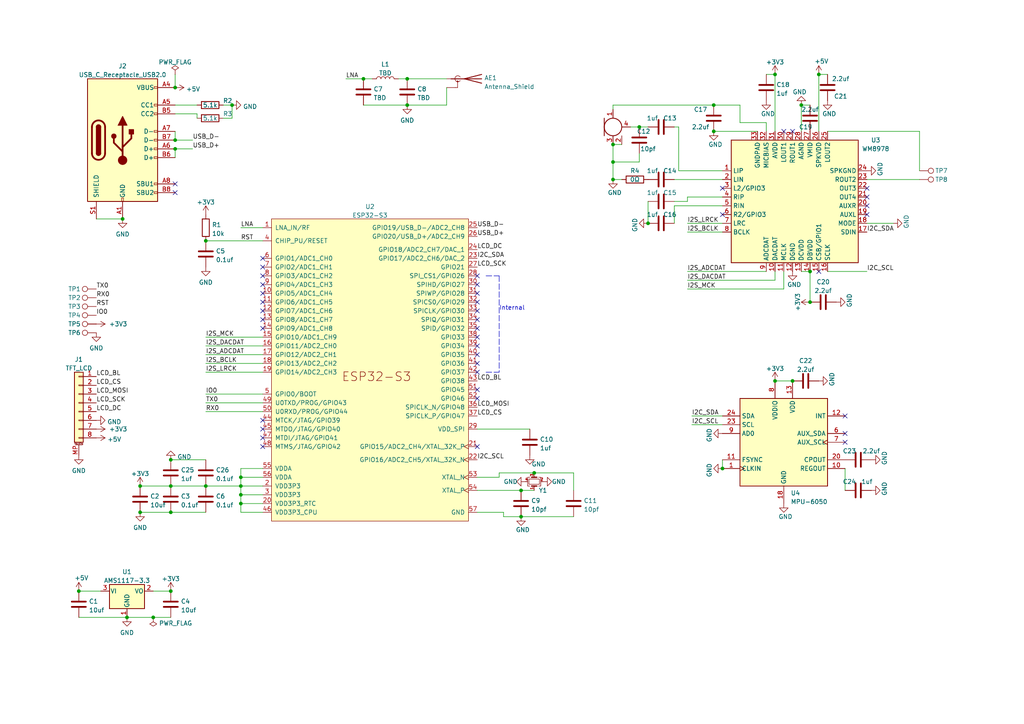
<source format=kicad_sch>
(kicad_sch (version 20211123) (generator eeschema)
  (paper "A4")
  (title_block (title "main-board") (date "2022-05-28") (rev "V1.0"))
  (lib_symbols
    (symbol "Connector:TestPoint" (pin_numbers hide) (pin_names (offset 0.762) hide)
      (property "Reference" "TP" (at 0 6.858 0))
      (property "Value" "TestPoint" (at 0 5.08 0))
      (symbol "TestPoint_0_1"
        (circle (center 0 3.302) (radius 0.762))
      )
      (symbol "TestPoint_1_1"
        (pin passive line (at 0 0 90) (length 2.54) (name "1") (number "1"))
      )
    )
    (symbol "Connector:USB_C_Receptacle_USB2.0" (pin_names (offset 1.016))
      (property "Reference" "J" (at -10.16 19.05 0))
      (property "Value" "USB_C_Receptacle_USB2.0" (at 19.05 19.05 0))
      (symbol "USB_C_Receptacle_USB2.0_0_0"
        (rectangle (start -0.254 -17.78) (end 0.254 -16.764))
        (rectangle (start 10.16 -14.986) (end 9.144 -15.494))
        (rectangle (start 10.16 -12.446) (end 9.144 -12.954))
        (rectangle (start 10.16 -4.826) (end 9.144 -5.334))
        (rectangle (start 10.16 -2.286) (end 9.144 -2.794))
        (rectangle (start 10.16 0.254) (end 9.144 -0.254))
        (rectangle (start 10.16 2.794) (end 9.144 2.286))
        (rectangle (start 10.16 7.874) (end 9.144 7.366))
        (rectangle (start 10.16 10.414) (end 9.144 9.906))
        (rectangle (start 10.16 15.494) (end 9.144 14.986))
      )
      (symbol "USB_C_Receptacle_USB2.0_0_1"
        (rectangle (start -10.16 17.78) (end 10.16 -17.78) (stroke (width 0.254)) (fill (type background)))
        (arc (start -8.89 -3.81) (mid -6.985 -5.715) (end -5.08 -3.81) (stroke (width 0.508)))
        (arc (start -7.62 -3.81) (mid -6.985 -4.445) (end -6.35 -3.81) (stroke (width 0.254)))
        (arc (start -7.62 -3.81) (mid -6.985 -4.445) (end -6.35 -3.81) (stroke (width 0.254)) (fill (type outline)))
        (rectangle (start -7.62 -3.81) (end -6.35 3.81) (stroke (width 0.254)) (fill (type outline)))
        (arc (start -6.35 3.81) (mid -6.985 4.445) (end -7.62 3.81) (stroke (width 0.254)))
        (arc (start -6.35 3.81) (mid -6.985 4.445) (end -7.62 3.81) (stroke (width 0.254)) (fill (type outline)))
        (arc (start -5.08 3.81) (mid -6.985 5.715) (end -8.89 3.81) (stroke (width 0.508)))
        (circle (center -2.54 1.143) (radius 0.635) (stroke (width 0.254)) (fill (type outline)))
        (circle (center 0 -5.842) (radius 1.27) (fill (type outline)))
        (polyline (pts (xy -8.89 -3.81) (xy -8.89 3.81)) (stroke (width 0.508)))
        (polyline (pts (xy -5.08 3.81) (xy -5.08 -3.81)) (stroke (width 0.508)))
        (polyline (pts (xy 0 -5.842) (xy 0 4.318)) (stroke (width 0.508)))
        (polyline (pts (xy 0 -3.302) (xy -2.54 -0.762) (xy -2.54 0.508)) (stroke (width 0.508)))
        (polyline (pts (xy 0 -2.032) (xy 2.54 0.508) (xy 2.54 1.778)) (stroke (width 0.508)))
        (polyline (pts (xy -1.27 4.318) (xy 0 6.858) (xy 1.27 4.318) (xy -1.27 4.318)) (stroke (width 0.254)) (fill (type outline)))
        (rectangle (start 1.905 1.778) (end 3.175 3.048) (stroke (width 0.254)) (fill (type outline)))
      )
      (symbol "USB_C_Receptacle_USB2.0_1_1"
        (pin passive line (at 0 -22.86 90) (length 5.08) (name "GND") (number "A1"))
        (pin passive line (at 0 -22.86 90) (length 5.08) hide (name "GND") (number "A12"))
        (pin passive line (at 15.24 15.24 180) (length 5.08) (name "VBUS") (number "A4"))
        (pin bidirectional line (at 15.24 10.16 180) (length 5.08) (name "CC1") (number "A5"))
        (pin bidirectional line (at 15.24 -2.54 180) (length 5.08) (name "D+") (number "A6"))
        (pin bidirectional line (at 15.24 2.54 180) (length 5.08) (name "D-") (number "A7"))
        (pin bidirectional line (at 15.24 -12.7 180) (length 5.08) (name "SBU1") (number "A8"))
        (pin passive line (at 15.24 15.24 180) (length 5.08) hide (name "VBUS") (number "A9"))
        (pin passive line (at 0 -22.86 90) (length 5.08) hide (name "GND") (number "B1"))
        (pin passive line (at 0 -22.86 90) (length 5.08) hide (name "GND") (number "B12"))
        (pin passive line (at 15.24 15.24 180) (length 5.08) hide (name "VBUS") (number "B4"))
        (pin bidirectional line (at 15.24 7.62 180) (length 5.08) (name "CC2") (number "B5"))
        (pin bidirectional line (at 15.24 -5.08 180) (length 5.08) (name "D+") (number "B6"))
        (pin bidirectional line (at 15.24 0 180) (length 5.08) (name "D-") (number "B7"))
        (pin bidirectional line (at 15.24 -15.24 180) (length 5.08) (name "SBU2") (number "B8"))
        (pin passive line (at 15.24 15.24 180) (length 5.08) hide (name "VBUS") (number "B9"))
        (pin passive line (at -7.62 -22.86 90) (length 5.08) (name "SHIELD") (number "S1"))
      )
    )
    (symbol "Connector_Generic_MountingPin:Conn_01x08_MountingPin" (pin_names (offset 1.016) hide)
      (property "Reference" "J" (at 0 10.16 0))
      (property "Value" "Conn_01x08_MountingPin" (at 1.27 -12.7 0))
      (symbol "Conn_01x08_MountingPin_1_1"
        (rectangle (start -1.27 -10.033) (end 0 -10.287) (stroke (width 0.1524)))
        (rectangle (start -1.27 -7.493) (end 0 -7.747) (stroke (width 0.1524)))
        (rectangle (start -1.27 -4.953) (end 0 -5.207) (stroke (width 0.1524)))
        (rectangle (start -1.27 -2.413) (end 0 -2.667) (stroke (width 0.1524)))
        (rectangle (start -1.27 0.127) (end 0 -0.127) (stroke (width 0.1524)))
        (rectangle (start -1.27 2.667) (end 0 2.413) (stroke (width 0.1524)))
        (rectangle (start -1.27 5.207) (end 0 4.953) (stroke (width 0.1524)))
        (rectangle (start -1.27 7.747) (end 0 7.493) (stroke (width 0.1524)))
        (rectangle (start -1.27 8.89) (end 1.27 -11.43) (stroke (width 0.254)) (fill (type background)))
        (polyline (pts (xy -1.016 -12.192) (xy 1.016 -12.192)) (stroke (width 0.1524)))
        (text "Mounting" (at 0 -11.811 0) (effects (font (size 0.381 0.381))))
        (pin passive line (at -5.08 7.62 0) (length 3.81) (name "Pin_1") (number "1"))
        (pin passive line (at -5.08 5.08 0) (length 3.81) (name "Pin_2") (number "2"))
        (pin passive line (at -5.08 2.54 0) (length 3.81) (name "Pin_3") (number "3"))
        (pin passive line (at -5.08 0 0) (length 3.81) (name "Pin_4") (number "4"))
        (pin passive line (at -5.08 -2.54 0) (length 3.81) (name "Pin_5") (number "5"))
        (pin passive line (at -5.08 -5.08 0) (length 3.81) (name "Pin_6") (number "6"))
        (pin passive line (at -5.08 -7.62 0) (length 3.81) (name "Pin_7") (number "7"))
        (pin passive line (at -5.08 -10.16 0) (length 3.81) (name "Pin_8") (number "8"))
        (pin passive line (at 0 -15.24 90) (length 3.048) (name "MountPin") (number "MP"))
      )
    )
    (symbol "Device:Antenna_Shield" (pin_numbers hide) (pin_names (offset 1.016) hide)
      (property "Reference" "AE" (at -1.905 4.445 0))
      (property "Value" "Antenna_Shield" (at -1.905 2.54 0))
      (symbol "Antenna_Shield_0_1"
        (arc (start -0.508 -1.143) (mid -0.8429 -2.1194) (end 0 -2.667))
        (arc (start 0 -2.667) (mid 0.7989 -2.1052) (end 0.508 -1.143))
        (polyline (pts (xy 0 -2.54) (xy 0 0)))
        (polyline (pts (xy 0 5.08) (xy 0 -3.81)) (stroke (width 0.254)))
        (polyline (pts (xy 0.762 -1.905) (xy 2.54 -1.905)))
        (polyline (pts (xy 2.54 -2.54) (xy 2.54 -1.905)))
        (polyline (pts (xy 1.27 5.08) (xy 0 0) (xy -1.27 5.08)) (stroke (width 0.254)))
        (circle (center 0.762 -1.905) (radius 0.1778) (fill (type outline)))
      )
      (symbol "Antenna_Shield_1_1"
        (pin input line (at 0 -5.08 90) (length 2.54) (name "A") (number "1"))
        (pin input line (at 2.54 -5.08 90) (length 2.54) (name "Shield") (number "2"))
      )
    )
    (symbol "Device:C" (pin_numbers hide) (pin_names (offset 0.254))
      (property "Reference" "C" (at 0.635 2.54 0))
      (property "Value" "C" (at 0.635 -2.54 0))
      (symbol "C_0_1"
        (polyline (pts (xy -2.032 -0.762) (xy 2.032 -0.762)) (stroke (width 0.508)))
        (polyline (pts (xy -2.032 0.762) (xy 2.032 0.762)) (stroke (width 0.508)))
      )
      (symbol "C_1_1"
        (pin passive line (at 0 3.81 270) (length 2.794) (name "~") (number "1"))
        (pin passive line (at 0 -3.81 90) (length 2.794) (name "~") (number "2"))
      )
    )
    (symbol "Device:Crystal_GND24_Small" (pin_names (offset 1.016) hide)
      (property "Reference" "Y" (at 1.27 4.445 0))
      (property "Value" "Crystal_GND24_Small" (at 1.27 2.54 0))
      (symbol "Crystal_GND24_Small_0_1"
        (rectangle (start -0.762 -1.524) (end 0.762 1.524))
        (polyline (pts (xy -1.27 -0.762) (xy -1.27 0.762)) (stroke (width 0.381)))
        (polyline (pts (xy 1.27 -0.762) (xy 1.27 0.762)) (stroke (width 0.381)))
        (polyline (pts (xy -1.27 -1.27) (xy -1.27 -1.905) (xy 1.27 -1.905) (xy 1.27 -1.27)))
        (polyline (pts (xy -1.27 1.27) (xy -1.27 1.905) (xy 1.27 1.905) (xy 1.27 1.27)))
      )
      (symbol "Crystal_GND24_Small_1_1"
        (pin passive line (at -2.54 0 0) (length 1.27) (name "1") (number "1"))
        (pin passive line (at 0 -2.54 90) (length 0.635) (name "2") (number "2"))
        (pin passive line (at 2.54 0 180) (length 1.27) (name "3") (number "3"))
        (pin passive line (at 0 2.54 270) (length 0.635) (name "4") (number "4"))
      )
    )
    (symbol "Device:L" (pin_numbers hide) (pin_names (offset 1.016) hide)
      (property "Reference" "L" (at -1.27 0 90))
      (property "Value" "L" (at 1.905 0 90))
      (symbol "L_0_1"
        (arc (start 0 -2.54) (mid 0.635 -1.905) (end 0 -1.27))
        (arc (start 0 -1.27) (mid 0.635 -0.635) (end 0 0))
        (arc (start 0 0) (mid 0.635 0.635) (end 0 1.27))
        (arc (start 0 1.27) (mid 0.635 1.905) (end 0 2.54))
      )
      (symbol "L_1_1"
        (pin passive line (at 0 3.81 270) (length 1.27) (name "1") (number "1"))
        (pin passive line (at 0 -3.81 90) (length 1.27) (name "2") (number "2"))
      )
    )
    (symbol "Device:R" (pin_numbers hide) (pin_names (offset 0))
      (property "Reference" "R" (at 2.032 0 90))
      (property "Value" "R" (at 0 0 90))
      (symbol "R_0_1"
        (rectangle (start -1.016 -2.54) (end 1.016 2.54) (stroke (width 0.254)))
      )
      (symbol "R_1_1"
        (pin passive line (at 0 3.81 270) (length 1.27) (name "~") (number "1"))
        (pin passive line (at 0 -3.81 90) (length 1.27) (name "~") (number "2"))
      )
    )
    (symbol "Espressif:ESP32-S3" (pin_names (offset 1.016))
      (property "Reference" "U" (at 0 46.99 0))
      (property "Value" "ESP32-S3" (at 0 -43.18 0))
      (symbol "ESP32-S3_0_0"
        (text "ESP32-S3" (at 1.27 0 0) (effects (font (size 2.54 2.54))))
        (pin bidirectional line (at 30.48 -8.89 180) (length 2.54) (name "SPICLK_N/GPIO48") (number "36"))
        (pin bidirectional line (at 30.48 -11.43 180) (length 2.54) (name "SPICLK_P/GPIO47") (number "37"))
      )
      (symbol "ESP32-S3_0_1"
        (rectangle (start -29.21 45.72) (end 27.94 -41.91) (fill (type background)))
      )
      (symbol "ESP32-S3_1_1"
        (pin bidirectional line (at -31.75 43.18 0) (length 2.54) (name "LNA_IN/RF") (number "1"))
        (pin bidirectional line (at -31.75 24.13 0) (length 2.54) (name "GPIO5/ADC1_CH4") (number "10"))
        (pin bidirectional line (at -31.75 21.59 0) (length 2.54) (name "GPIO6/ADC1_CH5") (number "11"))
        (pin bidirectional line (at -31.75 19.05 0) (length 2.54) (name "GPIO7/ADC1_CH6") (number "12"))
        (pin bidirectional line (at -31.75 16.51 0) (length 2.54) (name "GPIO8/ADC1_CH7") (number "13"))
        (pin bidirectional line (at -31.75 13.97 0) (length 2.54) (name "GPIO9/ADC1_CH8") (number "14"))
        (pin bidirectional line (at -31.75 11.43 0) (length 2.54) (name "GPIO10/ADC1_CH9") (number "15"))
        (pin bidirectional line (at -31.75 8.89 0) (length 2.54) (name "GPIO11/ADC2_CH0") (number "16"))
        (pin bidirectional line (at -31.75 6.35 0) (length 2.54) (name "GPIO12/ADC2_CH1") (number "17"))
        (pin bidirectional line (at -31.75 3.81 0) (length 2.54) (name "GPIO13/ADC2_CH2") (number "18"))
        (pin bidirectional line (at -31.75 1.27 0) (length 2.54) (name "GPIO14/ADC2_CH3") (number "19"))
        (pin power_in line (at -31.75 -31.75 0) (length 2.54) (name "VDD3P3") (number "2"))
        (pin power_in line (at -31.75 -36.83 0) (length 2.54) (name "VDD3P3_RTC") (number "20"))
        (pin input clock (at 30.48 -20.32 180) (length 2.54) (name "GPIO15/ADC2_CH4/XTAL_32K_P") (number "21"))
        (pin output clock (at 30.48 -24.13 180) (length 2.54) (name "GPIO16/ADC2_CH5/XTAL_32K_N") (number "22"))
        (pin bidirectional line (at 30.48 34.29 180) (length 2.54) (name "GPIO17/ADC2_CH6/DAC_2") (number "23"))
        (pin bidirectional line (at 30.48 36.83 180) (length 2.54) (name "GPIO18/ADC2_CH7/DAC_1") (number "24"))
        (pin bidirectional line (at 30.48 43.18 180) (length 2.54) (name "GPIO19/USB_D-/ADC2_CH8") (number "25"))
        (pin bidirectional line (at 30.48 40.64 180) (length 2.54) (name "GPIO20/USB_D+/ADC2_CH9") (number "26"))
        (pin bidirectional line (at 30.48 31.75 180) (length 2.54) (name "GPIO21") (number "27"))
        (pin bidirectional line (at 30.48 29.21 180) (length 2.54) (name "SPI_CS1/GPIO26") (number "28"))
        (pin power_out line (at 30.48 -15.24 180) (length 2.54) (name "VDD_SPI") (number "29"))
        (pin power_in line (at -31.75 -34.29 0) (length 2.54) (name "VDD3P3") (number "3"))
        (pin bidirectional line (at 30.48 26.67 180) (length 2.54) (name "SPIHD/GPIO27") (number "30"))
        (pin bidirectional line (at 30.48 24.13 180) (length 2.54) (name "SPIWP/GPIO28") (number "31"))
        (pin bidirectional line (at 30.48 21.59 180) (length 2.54) (name "SPICS0/GPIO29") (number "32"))
        (pin bidirectional line (at 30.48 19.05 180) (length 2.54) (name "SPICLK/GPIO30") (number "33"))
        (pin bidirectional line (at 30.48 16.51 180) (length 2.54) (name "SPIQ/GPIO31") (number "34"))
        (pin bidirectional line (at 30.48 13.97 180) (length 2.54) (name "SPID/GPIO32") (number "35"))
        (pin bidirectional line (at 30.48 11.43 180) (length 2.54) (name "GPIO33") (number "38"))
        (pin bidirectional line (at 30.48 8.89 180) (length 2.54) (name "GPIO34") (number "39"))
        (pin input line (at -31.75 39.37 0) (length 2.54) (name "CHIP_PU/RESET") (number "4"))
        (pin bidirectional line (at 30.48 6.35 180) (length 2.54) (name "GPIO35") (number "40"))
        (pin bidirectional line (at 30.48 3.81 180) (length 2.54) (name "GPIO36") (number "41"))
        (pin bidirectional line (at 30.48 1.27 180) (length 2.54) (name "GPIO37") (number "42"))
        (pin bidirectional line (at 30.48 -1.27 180) (length 2.54) (name "GPIO38") (number "43"))
        (pin bidirectional line (at -31.75 -12.7 0) (length 2.54) (name "MTCK/JTAG/GPIO39") (number "44"))
        (pin bidirectional line (at -31.75 -15.24 0) (length 2.54) (name "MTDO/JTAG/GPIO40") (number "45"))
        (pin power_in line (at -31.75 -39.37 0) (length 2.54) (name "VDD3P3_CPU") (number "46"))
        (pin bidirectional line (at -31.75 -17.78 0) (length 2.54) (name "MTDI/JTAG/GPIO41") (number "47"))
        (pin bidirectional line (at -31.75 -20.32 0) (length 2.54) (name "MTMS/JTAG/GPIO42") (number "48"))
        (pin bidirectional line (at -31.75 -7.62 0) (length 2.54) (name "U0TXD/PROG/GPIO43") (number "49"))
        (pin bidirectional line (at -31.75 -5.08 0) (length 2.54) (name "GPIO0/BOOT") (number "5"))
        (pin bidirectional line (at -31.75 -10.16 0) (length 2.54) (name "U0RXD/PROG/GPIO44") (number "50"))
        (pin bidirectional line (at 30.48 -3.81 180) (length 2.54) (name "GPIO45") (number "51"))
        (pin bidirectional line (at 30.48 -6.35 180) (length 2.54) (name "GPIO46") (number "52"))
        (pin input clock (at 30.48 -29.21 180) (length 2.54) (name "XTAL_N") (number "53"))
        (pin output clock (at 30.48 -33.02 180) (length 2.54) (name "XTAL_P") (number "54"))
        (pin power_in line (at -31.75 -26.67 0) (length 2.54) (name "VDDA") (number "55"))
        (pin power_in line (at -31.75 -29.21 0) (length 2.54) (name "VDDA") (number "56"))
        (pin power_in line (at 30.48 -39.37 180) (length 2.54) (name "GND") (number "57"))
        (pin bidirectional line (at -31.75 34.29 0) (length 2.54) (name "GPIO1/ADC1_CH0") (number "6"))
        (pin bidirectional line (at -31.75 31.75 0) (length 2.54) (name "GPIO2/ADC1_CH1") (number "7"))
        (pin bidirectional line (at -31.75 29.21 0) (length 2.54) (name "GPIO3/ADC1_CH2") (number "8"))
        (pin bidirectional line (at -31.75 26.67 0) (length 2.54) (name "GPIO4/ADC1_CH3") (number "9"))
      )
    )
    (symbol "Regulator_Linear:AMS1117-3.3" (pin_names (offset 0.254))
      (property "Reference" "U" (at -3.81 3.175 0))
      (property "Value" "AMS1117-3.3" (at 0 3.175 0))
      (symbol "AMS1117-3.3_0_1"
        (rectangle (start -5.08 -5.08) (end 5.08 1.905) (stroke (width 0.254)) (fill (type background)))
      )
      (symbol "AMS1117-3.3_1_1"
        (pin power_in line (at 0 -7.62 90) (length 2.54) (name "GND") (number "1"))
        (pin power_out line (at 7.62 0 180) (length 2.54) (name "VO") (number "2"))
        (pin power_in line (at -7.62 0 0) (length 2.54) (name "VI") (number "3"))
      )
    )
    (symbol "Sensor_Motion:MPU-6050"
      (property "Reference" "U" (at -11.43 13.97 0))
      (property "Value" "MPU-6050" (at 7.62 -13.97 0))
      (symbol "MPU-6050_0_1"
        (rectangle (start -12.7 12.7) (end 12.7 -12.7) (stroke (width 0.254)) (fill (type background)))
      )
      (symbol "MPU-6050_1_1"
        (pin input clock (at -17.78 -7.62 0) (length 5.08) (name "CLKIN") (number "1"))
        (pin passive line (at 17.78 -7.62 180) (length 5.08) (name "REGOUT") (number "10"))
        (pin input line (at -17.78 -5.08 0) (length 5.08) (name "FSYNC") (number "11"))
        (pin output line (at 17.78 7.62 180) (length 5.08) (name "INT") (number "12"))
        (pin power_in line (at 2.54 17.78 270) (length 5.08) (name "VDD") (number "13"))
        (pin power_in line (at 0 -17.78 90) (length 5.08) (name "GND") (number "18"))
        (pin passive line (at 17.78 -5.08 180) (length 5.08) (name "CPOUT") (number "20"))
        (pin input line (at -17.78 5.08 0) (length 5.08) (name "SCL") (number "23"))
        (pin bidirectional line (at -17.78 7.62 0) (length 5.08) (name "SDA") (number "24"))
        (pin bidirectional line (at 17.78 2.54 180) (length 5.08) (name "AUX_SDA") (number "6"))
        (pin output clock (at 17.78 0 180) (length 5.08) (name "AUX_SCL") (number "7"))
        (pin power_in line (at -2.54 17.78 270) (length 5.08) (name "VDDIO") (number "8"))
        (pin input line (at -17.78 2.54 0) (length 5.08) (name "AD0") (number "9"))
      )
    )
    (symbol "misc:Microphone_MEMS" (pin_names (offset 0.0254) hide)
      (property "Reference" "MK" (at -3.81 1.27 0))
      (property "Value" "Microphone_MEMS" (at -3.81 -0.635 0))
      (symbol "Microphone_MEMS_0_1"
        (polyline (pts (xy -2.54 2.54) (xy -2.54 -2.54)) (stroke (width 0.254)))
        (circle (center 0 0) (radius 2.54) (stroke (width 0.254)))
      )
      (symbol "Microphone_MEMS_1_1"
        (pin power_in line (at 0 5.08 270) (length 2.54) (name "VDD") (number "1"))
        (pin power_in line (at 2.54 -5.08 90) (length 2.54) (name "GND") (number "2"))
        (pin power_in line (at 0 -5.08 90) (length 2.54) (name "GND") (number "3"))
        (pin output line (at 5.08 0 180) (length 2.54) (name "OUT") (number "4"))
      )
    )
    (symbol "misc:WM8978"
      (property "Reference" "U" (at -5.715 7.62 0))
      (property "Value" "WM8978" (at 12.7 -9.525 0))
      (symbol "WM8978_0_1"
        (rectangle (start -6.35 6.35) (end 30.48 -29.21) (stroke (width 0.254)) (fill (type background)))
      )
      (symbol "WM8978_1_1"
        (pin input line (at -8.89 -2.54 0) (length 2.54) (name "LIP") (number "1"))
        (pin output line (at 6.35 -31.75 90) (length 2.54) (name "DACDAT") (number "10"))
        (pin input line (at 8.89 -31.75 90) (length 2.54) (name "MCLK") (number "11"))
        (pin power_in line (at 11.43 -31.75 90) (length 2.54) (name "DGND") (number "12"))
        (pin power_in line (at 13.97 -31.75 90) (length 2.54) (name "DCVDD") (number "13"))
        (pin power_in line (at 16.51 -31.75 90) (length 2.54) (name "DBVDD") (number "14"))
        (pin bidirectional line (at 19.05 -31.75 90) (length 2.54) (name "CSB/GPIO1") (number "15"))
        (pin input line (at 21.59 -31.75 90) (length 2.54) (name "SCLK") (number "16"))
        (pin input line (at 33.02 -20.32 180) (length 2.54) (name "SDIN") (number "17"))
        (pin input line (at 33.02 -17.78 180) (length 2.54) (name "MODE") (number "18"))
        (pin input line (at 33.02 -15.24 180) (length 2.54) (name "AUXL") (number "19"))
        (pin input line (at -8.89 -5.08 0) (length 2.54) (name "LIN") (number "2"))
        (pin input line (at 33.02 -12.7 180) (length 2.54) (name "AUXR") (number "20"))
        (pin output line (at 33.02 -10.16 180) (length 2.54) (name "OUT4") (number "21"))
        (pin output line (at 33.02 -7.62 180) (length 2.54) (name "OUT3") (number "22"))
        (pin output line (at 33.02 -5.08 180) (length 2.54) (name "ROUT2") (number "23"))
        (pin power_in line (at 33.02 -2.54 180) (length 2.54) (name "SPKGND") (number "24"))
        (pin output line (at 21.59 8.89 270) (length 2.54) (name "LOUT2") (number "25"))
        (pin power_in line (at 19.05 8.89 270) (length 2.54) (name "SPKVDD") (number "26"))
        (pin power_out line (at 16.51 8.89 270) (length 2.54) (name "VMID") (number "27"))
        (pin power_in line (at 13.97 8.89 270) (length 2.54) (name "AGND") (number "28"))
        (pin output line (at 11.43 8.89 270) (length 2.54) (name "ROUT1") (number "29"))
        (pin bidirectional line (at -8.89 -7.62 0) (length 2.54) (name "L2/GPIO3") (number "3"))
        (pin output line (at 8.89 8.89 270) (length 2.54) (name "LOUT1") (number "30"))
        (pin power_in line (at 6.35 8.89 270) (length 2.54) (name "AVDD") (number "31"))
        (pin power_out line (at 3.81 8.89 270) (length 2.54) (name "MICBIAS") (number "32"))
        (pin power_in line (at 1.27 8.89 270) (length 2.54) (name "GNDPAD") (number "33"))
        (pin input line (at -8.89 -10.16 0) (length 2.54) (name "RIP") (number "4"))
        (pin input line (at -8.89 -12.7 0) (length 2.54) (name "RIN") (number "5"))
        (pin bidirectional line (at -8.89 -15.24 0) (length 2.54) (name "R2/GPIO3") (number "6"))
        (pin input line (at -8.89 -17.78 0) (length 2.54) (name "LRC") (number "7"))
        (pin input line (at -8.89 -20.32 0) (length 2.54) (name "BCLK") (number "8"))
        (pin input line (at 3.81 -31.75 90) (length 2.54) (name "ADCDAT") (number "9"))
      )
    )
    (symbol "power:+3.3V" (power) (pin_names (offset 0))
      (property "Value" "+3.3V" (at 0 3.556 0))
      (symbol "+3.3V_0_1"
        (polyline (pts (xy -0.762 1.27) (xy 0 2.54)))
        (polyline (pts (xy 0 0) (xy 0 2.54)))
        (polyline (pts (xy 0 2.54) (xy 0.762 1.27)))
      )
      (symbol "+3.3V_1_1"
        (pin power_in line (at 0 0 90) (length 0) hide (name "+3V3") (number "1"))
      )
    )
    (symbol "power:+5V" (power) (pin_names (offset 0))
      (property "Value" "+5V" (at 0 3.556 0))
      (symbol "+5V_0_1"
        (polyline (pts (xy -0.762 1.27) (xy 0 2.54)))
        (polyline (pts (xy 0 0) (xy 0 2.54)))
        (polyline (pts (xy 0 2.54) (xy 0.762 1.27)))
      )
      (symbol "+5V_1_1"
        (pin power_in line (at 0 0 90) (length 0) hide (name "+5V") (number "1"))
      )
    )
    (symbol "power:GND" (power) (pin_names (offset 0))
      (property "Value" "GND" (at 0 -3.81 0))
      (symbol "GND_0_1"
        (polyline (pts (xy 0 0) (xy 0 -1.27) (xy 1.27 -1.27) (xy 0 -2.54) (xy -1.27 -1.27) (xy 0 -1.27)))
      )
      (symbol "GND_1_1"
        (pin power_in line (at 0 0 270) (length 0) hide (name "GND") (number "1"))
      )
    )
    (symbol "power:PWR_FLAG" (power) (pin_numbers hide) (pin_names (offset 0) hide)
      (property "Value" "PWR_FLAG" (at 0 3.81 0))
      (symbol "PWR_FLAG_0_0"
        (pin power_out line (at 0 0 90) (length 0) (name "pwr") (number "1"))
      )
      (symbol "PWR_FLAG_0_1"
        (polyline (pts (xy 0 0) (xy 0 1.27) (xy -1.016 1.905) (xy 0 2.54) (xy 1.016 1.905) (xy 0 1.27)))
      )
    )
  )
  (junction (at 185.42 36.83))
  (junction (at 234.95 87.63))
  (junction (at 207.01 38.1))
  (junction (at 118.11 30.48))
  (junction (at 50.8 43.18))
  (junction (at 237.49 21.59))
  (junction (at 59.69 140.97))
  (junction (at 40.64 148.59))
  (junction (at 224.79 21.59))
  (junction (at 232.41 30.48))
  (junction (at 151.13 142.24))
  (junction (at 69.85 138.43))
  (junction (at 118.11 22.86))
  (junction (at 22.86 171.45))
  (junction (at 177.8 52.07))
  (junction (at 59.69 69.85))
  (junction (at 49.53 171.45))
  (junction (at 36.83 179.07))
  (junction (at 69.85 143.51))
  (junction (at 49.53 148.59))
  (junction (at 177.8 41.91))
  (junction (at 49.53 140.97))
  (junction (at 187.96 64.77))
  (junction (at 69.85 140.97))
  (junction (at 67.31 30.48))
  (junction (at 49.53 133.35))
  (junction (at 50.8 25.4))
  (junction (at 224.79 110.49))
  (junction (at 35.56 63.5))
  (junction (at 207.01 30.48))
  (junction (at 229.87 110.49))
  (junction (at 69.85 146.05))
  (junction (at 40.64 140.97))
  (junction (at 154.94 137.16))
  (junction (at 234.95 78.74))
  (junction (at 50.8 40.64))
  (junction (at 105.41 22.86))
  (junction (at 209.55 135.89))
  (junction (at 44.45 179.07))
  (junction (at 151.13 149.86))
  (junction (at 177.8 46.99))
  (no_connect (at 209.55 54.61))
  (no_connect (at 209.55 62.23))
  (no_connect (at 251.46 57.15))
  (no_connect (at 251.46 59.69))
  (no_connect (at 251.46 62.23))
  (no_connect (at 251.46 54.61))
  (no_connect (at 50.8 53.34))
  (no_connect (at 50.8 55.88))
  (no_connect (at 76.2 92.71))
  (no_connect (at 76.2 95.25))
  (no_connect (at 138.43 115.57))
  (no_connect (at 138.43 113.03))
  (no_connect (at 138.43 97.79))
  (no_connect (at 138.43 100.33))
  (no_connect (at 138.43 102.87))
  (no_connect (at 138.43 105.41))
  (no_connect (at 138.43 107.95))
  (no_connect (at 245.11 125.73))
  (no_connect (at 245.11 120.65))
  (no_connect (at 245.11 128.27))
  (no_connect (at 76.2 121.92))
  (no_connect (at 76.2 124.46))
  (no_connect (at 76.2 127))
  (no_connect (at 76.2 129.54))
  (no_connect (at 237.49 78.74))
  (no_connect (at 138.43 80.01))
  (no_connect (at 138.43 85.09))
  (no_connect (at 138.43 87.63))
  (no_connect (at 138.43 90.17))
  (no_connect (at 138.43 92.71))
  (no_connect (at 138.43 95.25))
  (no_connect (at 138.43 82.55))
  (no_connect (at 227.33 38.1))
  (no_connect (at 229.87 38.1))
  (no_connect (at 138.43 129.54))
  (no_connect (at 76.2 90.17))
  (no_connect (at 76.2 80.01))
  (no_connect (at 76.2 82.55))
  (no_connect (at 76.2 85.09))
  (no_connect (at 76.2 87.63))
  (no_connect (at 76.2 74.93))
  (no_connect (at 76.2 77.47))
  (wire (pts (xy 59.69 107.95) (xy 76.2 107.95)))
  (wire (pts (xy 177.8 30.48) (xy 177.8 31.75)))
  (wire (pts (xy 64.77 30.48) (xy 67.31 30.48)))
  (wire (pts (xy 199.39 83.82) (xy 227.33 83.82)))
  (wire (pts (xy 224.79 78.74) (xy 224.79 81.28)))
  (wire (pts (xy 166.37 137.16) (xy 154.94 137.16)))
  (wire (pts (xy 185.42 36.83) (xy 187.96 36.83)))
  (wire (pts (xy 49.53 148.59) (xy 59.69 148.59)))
  (wire (pts (xy 266.7 49.53) (xy 266.7 38.1)))
  (wire (pts (xy 214.63 35.56) (xy 214.63 30.48)))
  (wire (pts (xy 27.94 63.5) (xy 35.56 63.5)))
  (wire (pts (xy 245.11 135.89) (xy 245.11 142.24)))
  (wire (pts (xy 207.01 38.1) (xy 219.71 38.1)))
  (wire (pts (xy 44.45 171.45) (xy 49.53 171.45)))
  (wire (pts (xy 177.8 41.91) (xy 177.8 46.99)))
  (wire (pts (xy 100.33 22.86) (xy 105.41 22.86)))
  (wire (pts (xy 196.85 49.53) (xy 196.85 36.83)))
  (wire (pts (xy 209.55 133.35) (xy 209.55 135.89)))
  (wire (pts (xy 49.53 140.97) (xy 59.69 140.97)))
  (wire (pts (xy 129.54 30.48) (xy 118.11 30.48)))
  (wire (pts (xy 166.37 142.24) (xy 166.37 137.16)))
  (wire (pts (xy 36.83 179.07) (xy 44.45 179.07)))
  (wire (pts (xy 251.46 64.77) (xy 259.08 64.77)))
  (wire (pts (xy 76.2 135.89) (xy 69.85 135.89)))
  (wire (pts (xy 209.55 59.69) (xy 195.58 59.69)))
  (polyline (pts (xy 140.97 80.01) (xy 144.78 80.01)))
  (wire (pts (xy 69.85 140.97) (xy 76.2 140.97)))
  (wire (pts (xy 237.49 21.59) (xy 237.49 38.1)))
  (wire (pts (xy 182.88 36.83) (xy 185.42 36.83)))
  (wire (pts (xy 59.69 69.85) (xy 76.2 69.85)))
  (wire (pts (xy 199.39 64.77) (xy 209.55 64.77)))
  (wire (pts (xy 129.54 25.4) (xy 129.54 30.48)))
  (wire (pts (xy 177.8 41.91) (xy 180.34 41.91)))
  (wire (pts (xy 199.39 57.15) (xy 209.55 57.15)))
  (wire (pts (xy 50.8 38.1) (xy 50.8 40.64)))
  (wire (pts (xy 200.66 123.19) (xy 209.55 123.19)))
  (wire (pts (xy 195.58 52.07) (xy 209.55 52.07)))
  (wire (pts (xy 50.8 43.18) (xy 50.8 45.72)))
  (wire (pts (xy 222.25 35.56) (xy 214.63 35.56)))
  (wire (pts (xy 59.69 119.38) (xy 76.2 119.38)))
  (wire (pts (xy 59.69 102.87) (xy 76.2 102.87)))
  (wire (pts (xy 138.43 148.59) (xy 146.05 148.59)))
  (wire (pts (xy 105.41 22.86) (xy 107.95 22.86)))
  (wire (pts (xy 69.85 146.05) (xy 76.2 146.05)))
  (wire (pts (xy 50.8 33.02) (xy 57.15 33.02)))
  (wire (pts (xy 195.58 58.42) (xy 199.39 58.42)))
  (wire (pts (xy 232.41 30.48) (xy 234.95 30.48)))
  (wire (pts (xy 146.05 148.59) (xy 146.05 149.86)))
  (wire (pts (xy 227.33 78.74) (xy 227.33 83.82)))
  (wire (pts (xy 50.8 43.18) (xy 55.88 43.18)))
  (wire (pts (xy 144.78 138.43) (xy 144.78 137.16)))
  (wire (pts (xy 200.66 120.65) (xy 209.55 120.65)))
  (wire (pts (xy 59.69 116.84) (xy 76.2 116.84)))
  (polyline (pts (xy 144.78 80.01) (xy 144.78 107.95)))
  (wire (pts (xy 69.85 140.97) (xy 69.85 143.51)))
  (wire (pts (xy 49.53 133.35) (xy 59.69 133.35)))
  (wire (pts (xy 76.2 148.59) (xy 69.85 148.59)))
  (wire (pts (xy 224.79 38.1) (xy 224.79 21.59)))
  (wire (pts (xy 177.8 46.99) (xy 177.8 52.07)))
  (wire (pts (xy 266.7 38.1) (xy 240.03 38.1)))
  (wire (pts (xy 151.13 142.24) (xy 154.94 142.24)))
  (wire (pts (xy 224.79 81.28) (xy 199.39 81.28)))
  (polyline (pts (xy 140.97 107.95) (xy 144.78 107.95)))
  (wire (pts (xy 50.8 30.48) (xy 57.15 30.48)))
  (wire (pts (xy 105.41 30.48) (xy 118.11 30.48)))
  (wire (pts (xy 40.64 148.59) (xy 49.53 148.59)))
  (wire (pts (xy 222.25 21.59) (xy 224.79 21.59)))
  (wire (pts (xy 177.8 52.07) (xy 180.34 52.07)))
  (wire (pts (xy 59.69 140.97) (xy 69.85 140.97)))
  (wire (pts (xy 151.13 149.86) (xy 166.37 149.86)))
  (wire (pts (xy 222.25 38.1) (xy 222.25 35.56)))
  (wire (pts (xy 22.86 179.07) (xy 36.83 179.07)))
  (wire (pts (xy 69.85 148.59) (xy 69.85 146.05)))
  (wire (pts (xy 118.11 22.86) (xy 129.54 22.86)))
  (wire (pts (xy 146.05 149.86) (xy 151.13 149.86)))
  (wire (pts (xy 177.8 30.48) (xy 207.01 30.48)))
  (wire (pts (xy 44.45 179.07) (xy 49.53 179.07)))
  (wire (pts (xy 115.57 22.86) (xy 118.11 22.86)))
  (wire (pts (xy 57.15 33.02) (xy 57.15 34.29)))
  (wire (pts (xy 67.31 34.29) (xy 67.31 30.48)))
  (wire (pts (xy 50.8 40.64) (xy 55.88 40.64)))
  (wire (pts (xy 138.43 138.43) (xy 144.78 138.43)))
  (wire (pts (xy 59.69 97.79) (xy 76.2 97.79)))
  (wire (pts (xy 187.96 58.42) (xy 187.96 64.77)))
  (wire (pts (xy 144.78 137.16) (xy 154.94 137.16)))
  (wire (pts (xy 69.85 66.04) (xy 76.2 66.04)))
  (wire (pts (xy 240.03 78.74) (xy 251.46 78.74)))
  (wire (pts (xy 50.8 21.59) (xy 50.8 25.4)))
  (wire (pts (xy 195.58 59.69) (xy 195.58 64.77)))
  (wire (pts (xy 76.2 143.51) (xy 69.85 143.51)))
  (wire (pts (xy 199.39 67.31) (xy 209.55 67.31)))
  (wire (pts (xy 196.85 36.83) (xy 195.58 36.83)))
  (wire (pts (xy 199.39 78.74) (xy 222.25 78.74)))
  (wire (pts (xy 40.64 140.97) (xy 49.53 140.97)))
  (wire (pts (xy 59.69 114.3) (xy 76.2 114.3)))
  (wire (pts (xy 69.85 138.43) (xy 76.2 138.43)))
  (wire (pts (xy 224.79 110.49) (xy 229.87 110.49)))
  (wire (pts (xy 234.95 78.74) (xy 234.95 87.63)))
  (wire (pts (xy 69.85 138.43) (xy 69.85 140.97)))
  (wire (pts (xy 251.46 52.07) (xy 266.7 52.07)))
  (wire (pts (xy 138.43 124.46) (xy 153.67 124.46)))
  (wire (pts (xy 185.42 46.99) (xy 177.8 46.99)))
  (wire (pts (xy 22.86 171.45) (xy 29.21 171.45)))
  (wire (pts (xy 237.49 21.59) (xy 240.03 21.59)))
  (wire (pts (xy 214.63 30.48) (xy 207.01 30.48)))
  (wire (pts (xy 59.69 105.41) (xy 76.2 105.41)))
  (wire (pts (xy 69.85 146.05) (xy 69.85 143.51)))
  (wire (pts (xy 64.77 34.29) (xy 67.31 34.29)))
  (wire (pts (xy 59.69 100.33) (xy 76.2 100.33)))
  (wire (pts (xy 232.41 78.74) (xy 234.95 78.74)))
  (wire (pts (xy 232.41 30.48) (xy 232.41 38.1)))
  (wire (pts (xy 185.42 44.45) (xy 185.42 46.99)))
  (wire (pts (xy 138.43 142.24) (xy 151.13 142.24)))
  (wire (pts (xy 199.39 58.42) (xy 199.39 57.15)))
  (wire (pts (xy 69.85 135.89) (xy 69.85 138.43)))
  (wire (pts (xy 209.55 49.53) (xy 196.85 49.53)))
  (text "Internal" (at 144.78 90.17 0) (effects (font (size 1.27 1.27)) (justify left bottom)))
  (label "I2C_SCL" (at 200.66 123.19 0))
  (label "USB_D+" (at 55.88 43.18 0))
  (label "USB_D+" (at 138.43 68.58 0))
  (label "I2S_BCLK" (at 59.69 105.41 0))
  (label "TX0" (at 27.94 83.82 0))
  (label "I2C_SCL" (at 138.43 133.35 0))
  (label "LCD_SCK" (at 138.43 77.47 0))
  (label "IO0" (at 59.69 114.3 0))
  (label "RST" (at 27.94 88.9 0))
  (label "RST" (at 69.85 69.85 0))
  (label "LCD_MOSI" (at 27.94 114.3 0))
  (label "LNA" (at 69.85 66.04 0))
  (label "I2S_LRCK" (at 199.39 64.77 0))
  (label "LCD_MOSI" (at 138.43 118.11 0))
  (label "RX0" (at 27.94 86.36 0))
  (label "I2S_ADCDAT" (at 59.69 102.87 0))
  (label "USB_D-" (at 55.88 40.64 0))
  (label "USB_D-" (at 138.43 66.04 0))
  (label "I2S_BCLK" (at 199.39 67.31 0))
  (label "I2C_SDA" (at 251.46 67.31 0))
  (label "LCD_CS" (at 27.94 111.76 0))
  (label "LCD_SCK" (at 27.94 116.84 0))
  (label "IO0" (at 27.94 91.44 0))
  (label "I2S_LRCK" (at 59.69 107.95 0))
  (label "LCD_DC" (at 138.43 72.39 0))
  (label "LCD_DC" (at 27.94 119.38 0))
  (label "I2S_DACDAT" (at 59.69 100.33 0))
  (label "I2C_SDA" (at 138.43 74.93 0))
  (label "I2S_ADCDAT" (at 199.39 78.74 0))
  (label "I2S_MCK" (at 199.39 83.82 0))
  (label "TX0" (at 59.69 116.84 0))
  (label "I2C_SCL" (at 251.46 78.74 0))
  (label "I2C_SDA" (at 200.66 120.65 0))
  (label "LCD_CS" (at 138.43 120.65 0))
  (label "I2S_DACDAT" (at 199.39 81.28 0))
  (label "LCD_BL" (at 138.43 110.49 0))
  (label "I2S_MCK" (at 59.69 97.79 0))
  (label "LNA" (at 100.33 22.86 0))
  (label "RX0" (at 59.69 119.38 0))
  (label "LCD_BL" (at 27.94 109.22 0))
  (symbol (lib_id "power:GND") (at 27.94 121.92 90) (unit 1)
    (property "Reference" "#PWR0133" (effects hide))
    (property "Value" "GND" (at 31.115 122.3538 90) (effects (justify right)))
  )
  (symbol (lib_id "Connector:TestPoint") (at 27.94 96.52 90) (unit 1)
    (property "Reference" "TP6" (at 21.59 96.52 90))
    (property "Value" "TestPoint" (effects hide))
    (property "Footprint" "TestPoint:TestPoint_Pad_D1.0mm" (effects hide))
  )
  (symbol (lib_id "power:GND") (at 209.55 125.73 270) (unit 1)
    (property "Reference" "#PWR0137" (effects hide))
    (property "Value" "GND" (at 205.74 128.27 0) (effects (justify right)))
  )
  (symbol (lib_id "power:GND") (at 153.67 132.08 0) (unit 1)
    (property "Reference" "#PWR0129" (effects hide))
    (property "Value" "GND" (at 156.21 134.62 0))
  )
  (symbol (lib_id "Connector_Generic_MountingPin:Conn_01x08_MountingPin") (at 22.86 116.84 0) (mirror y) (unit 1)
    (property "Reference" "J1" (at 22.86 104.2502 0))
    (property "Value" "TFT_LCD" (at 22.86 106.7871 0))
    (property "Footprint" "Connector_FFC-FPC:TE_0-1734839-8_1x08-1MP_P0.5mm_Horizontal" (effects hide))
  )
  (symbol (lib_id "Device:C") (at 59.69 73.66 0) (unit 1)
    (property "Reference" "C5" (at 62.611 72.8253 0) (effects (justify left)))
    (property "Value" "0.1uf" (at 62.611 75.3622 0) (effects (justify left)))
    (property "Footprint" "Capacitor_SMD:C_0402_1005Metric" (effects hide))
  )
  (symbol (lib_id "power:+5V") (at 237.49 21.59 0) (unit 1)
    (property "Reference" "#PWR0141" (effects hide))
    (property "Value" "+5V" (at 236.22 17.78 0) (effects (justify left)))
  )
  (symbol (lib_id "power:GND") (at 67.31 30.48 90) (unit 1)
    (property "Reference" "#PWR0123" (effects hide))
    (property "Value" "GND" (at 70.485 30.9138 90) (effects (justify right)))
  )
  (symbol (lib_id "power:+3.3V") (at 27.94 93.98 270) (unit 1)
    (property "Reference" "#PWR0118" (effects hide))
    (property "Value" "+3.3V" (at 34.29 93.98 90))
  )
  (symbol (lib_id "Device:C") (at 118.11 26.67 0) (unit 1)
    (property "Reference" "C8" (at 121.031 25.8353 0) (effects (justify left)))
    (property "Value" "TBD" (at 121.031 28.3722 0) (effects (justify left)))
    (property "Footprint" "Capacitor_SMD:C_0402_1005Metric" (effects hide))
  )
  (symbol (lib_id "Device:C") (at 105.41 26.67 0) (unit 1)
    (property "Reference" "C7" (at 108.331 25.8353 0) (effects (justify left)))
    (property "Value" "TBD" (at 108.331 28.3722 0) (effects (justify left)))
    (property "Footprint" "Capacitor_SMD:C_0402_1005Metric" (effects hide))
  )
  (symbol (lib_id "Regulator_Linear:AMS1117-3.3") (at 36.83 171.45 0) (unit 1)
    (property "Reference" "U1" (at 36.83 165.8452 0))
    (property "Value" "AMS1117-3.3" (at 36.83 168.3821 0))
    (property "Footprint" "Package_TO_SOT_SMD:SOT-223-3_TabPin2" (effects hide))
    (property "Datasheet" "http://www.advanced-monolithic.com/pdf/ds1117.pdf" (effects hide))
  )
  (symbol (lib_id "Device:C") (at 22.86 175.26 0) (unit 1)
    (property "Reference" "C1" (at 25.781 174.4253 0) (effects (justify left)))
    (property "Value" "10uf" (at 25.781 176.9622 0) (effects (justify left)))
    (property "Footprint" "Capacitor_SMD:C_0603_1608Metric" (effects hide))
  )
  (symbol (lib_id "power:GND") (at 22.86 132.08 0) (unit 1)
    (property "Reference" "#PWR0120" (effects hide))
    (property "Value" "GND" (at 22.86 136.5234 0))
  )
  (symbol (lib_id "Device:C") (at 59.69 144.78 0) (unit 1)
    (property "Reference" "C6" (at 62.611 143.9453 0) (effects (justify left)))
    (property "Value" "0.1uf" (at 62.611 146.4822 0) (effects (justify left)))
    (property "Footprint" "Capacitor_SMD:C_0402_1005Metric" (effects hide))
  )
  (symbol (lib_id "Device:Antenna_Shield") (at 134.62 22.86 270) (unit 1)
    (property "Reference" "AE1" (at 140.462 22.5968 90) (effects (justify left)))
    (property "Value" "Antenna_Shield" (at 140.462 25.1337 90) (effects (justify left)))
    (property "Footprint" "RF_Antenna:Texas_SWRA117D_2.4GHz_Left" (effects hide))
  )
  (symbol (lib_id "Device:C") (at 191.77 36.83 90) (unit 1)
    (property "Reference" "C13" (at 194.31 34.29 90))
    (property "Value" "1uf" (at 189.23 34.29 90))
    (property "Footprint" "Capacitor_SMD:C_0402_1005Metric" (effects hide))
  )
  (symbol (lib_id "power:GND") (at 251.46 49.53 90) (unit 1)
    (property "Reference" "#PWR0114" (effects hide))
    (property "Value" "GND" (at 255.27 46.99 0) (effects (justify right)))
  )
  (symbol (lib_id "power:GND") (at 35.56 63.5 0) (unit 1)
    (property "Reference" "#PWR0127" (effects hide))
    (property "Value" "GND" (at 35.56 67.9434 0))
  )
  (symbol (lib_id "Connector:USB_C_Receptacle_USB2.0") (at 35.56 40.64 0) (unit 1)
    (property "Reference" "J2" (at 35.56 19.1602 0))
    (property "Value" "USB_C_Receptacle_USB2.0" (at 35.56 21.6971 0))
    (property "Footprint" "Connector_USB:USB_C_Receptacle_HRO_TYPE-C-31-M-12" (effects hide))
    (property "Datasheet" "https://www.usb.org/sites/default/files/documents/usb_type-c.zip" (effects hide))
  )
  (symbol (lib_id "Device:C") (at 191.77 64.77 90) (unit 1)
    (property "Reference" "C16" (at 194.31 62.23 90))
    (property "Value" "1uf" (at 189.23 62.23 90))
    (property "Footprint" "Capacitor_SMD:C_0402_1005Metric" (effects hide))
  )
  (symbol (lib_id "Device:C") (at 59.69 137.16 0) (unit 1)
    (property "Reference" "C26" (at 62.611 136.3253 0) (effects (justify left)))
    (property "Value" "0.1uf" (at 62.611 138.8622 0) (effects (justify left)))
    (property "Footprint" "Capacitor_SMD:C_0402_1005Metric" (effects hide))
  )
  (symbol (lib_id "power:GND") (at 59.69 77.47 0) (unit 1)
    (property "Reference" "#PWR0126" (effects hide))
    (property "Value" "GND" (at 59.69 81.9134 0))
  )
  (symbol (lib_id "Device:C") (at 234.95 34.29 180) (unit 1)
    (property "Reference" "C19" (at 233.68 36.83 0))
    (property "Value" "2.2uf" (at 234.95 31.75 0))
    (property "Footprint" "Capacitor_SMD:C_0402_1005Metric" (effects hide))
  )
  (symbol (lib_id "power:GND") (at 227.33 146.05 0) (unit 1)
    (property "Reference" "#PWR0138" (effects hide))
    (property "Value" "GND" (at 229.87 149.86 0) (effects (justify right)))
  )
  (symbol (lib_id "power:PWR_FLAG") (at 44.45 179.07 180) (unit 1)
    (property "Reference" "#FLG0103" (effects hide))
    (property "Value" "PWR_FLAG" (at 46.101 180.7738 0) (effects (justify right)))
  )
  (symbol (lib_id "power:GND") (at 232.41 30.48 180) (unit 1)
    (property "Reference" "#PWR0110" (effects hide))
    (property "Value" "GND" (at 229.87 26.67 0) (effects (justify right)))
  )
  (symbol (lib_id "Device:C") (at 151.13 146.05 0) (unit 1)
    (property "Reference" "C9" (at 154.051 145.2153 0) (effects (justify left)))
    (property "Value" "10pf" (at 154.051 147.7522 0) (effects (justify left)))
    (property "Footprint" "Capacitor_SMD:C_0402_1005Metric" (effects hide))
  )
  (symbol (lib_id "Device:C") (at 240.03 25.4 180) (unit 1)
    (property "Reference" "C21" (at 243.84 27.94 0))
    (property "Value" "2.2uf" (at 243.84 22.86 0))
    (property "Footprint" "Capacitor_SMD:C_0402_1005Metric" (effects hide))
  )
  (symbol (lib_id "power:GND") (at 209.55 135.89 270) (unit 1)
    (property "Reference" "#PWR0136" (effects hide))
    (property "Value" "GND" (at 205.74 138.43 0) (effects (justify right)))
  )
  (symbol (lib_id "power:+3.3V") (at 27.94 124.46 270) (unit 1)
    (property "Reference" "#PWR0122" (effects hide))
    (property "Value" "+3.3V" (at 34.29 124.46 90))
  )
  (symbol (lib_id "Connector:TestPoint") (at 27.94 86.36 90) (unit 1)
    (property "Reference" "TP2" (at 21.59 86.36 90))
    (property "Value" "TestPoint" (effects hide))
    (property "Footprint" "TestPoint:TestPoint_Pad_D1.0mm" (effects hide))
  )
  (symbol (lib_id "power:+3.3V") (at 59.69 62.23 0) (unit 1)
    (property "Reference" "#PWR0125" (effects hide))
    (property "Value" "+3.3V" (at 59.69 58.6542 0))
  )
  (symbol (lib_id "Device:R") (at 60.96 34.29 90) (unit 1)
    (property "Reference" "R3" (at 66.04 33.02 90))
    (property "Value" "5.1k" (at 60.96 34.29 90))
    (property "Footprint" "Resistor_SMD:R_0402_1005Metric" (effects hide))
  )
  (symbol (lib_id "power:+3.3V") (at 40.64 140.97 0) (unit 1)
    (property "Reference" "#PWR0121" (effects hide))
    (property "Value" "+3.3V" (at 40.64 137.3942 0))
  )
  (symbol (lib_id "Device:C") (at 166.37 146.05 0) (unit 1)
    (property "Reference" "C11" (at 169.291 145.2153 0) (effects (justify left)))
    (property "Value" "10pf" (at 169.291 147.7522 0) (effects (justify left)))
    (property "Footprint" "Capacitor_SMD:C_0402_1005Metric" (effects hide))
  )
  (symbol (lib_id "misc:Microphone_MEMS") (at 177.8 36.83 0) (unit 1)
    (property "Reference" "MK1" (at 174.498 37.2638 0) (effects (justify right)))
    (property "Value" "Microphone_MEMS" (effects hide))
    (property "Footprint" "misc:MEMS_MIC_2.75x1.85x0.9mm" (effects hide))
    (property "Reference" "MK1" (effects hide))
    (property "Value" "Microphone_MEMS" (effects hide))
  )
  (symbol (lib_id "power:GND") (at 237.49 110.49 90) (unit 1)
    (property "Reference" "#PWR0135" (effects hide))
    (property "Value" "GND" (at 241.3 107.95 0) (effects (justify right)))
  )
  (symbol (lib_id "power:GND") (at 157.48 139.7 90) (unit 1)
    (property "Reference" "#PWR0128" (effects hide))
    (property "Value" "GND" (at 160.02 139.7 90) (effects (justify right)))
  )
  (symbol (lib_id "power:GND") (at 207.01 38.1 0) (unit 1)
    (property "Reference" "#PWR0109" (effects hide))
    (property "Value" "GND" (at 209.55 41.91 0) (effects (justify right)))
  )
  (symbol (lib_id "Connector:TestPoint") (at 27.94 88.9 90) (unit 1)
    (property "Reference" "TP3" (at 21.59 88.9 90))
    (property "Value" "TestPoint" (effects hide))
    (property "Footprint" "TestPoint:TestPoint_Pad_D1.0mm" (effects hide))
  )
  (symbol (lib_id "power:+5V") (at 50.8 25.4 270) (unit 1)
    (property "Reference" "#PWR0124" (effects hide))
    (property "Value" "+5V" (at 53.975 25.8338 90) (effects (justify left)))
  )
  (symbol (lib_id "power:GND") (at 229.87 78.74 0) (unit 1)
    (property "Reference" "#PWR0113" (effects hide))
    (property "Value" "GND" (at 232.41 82.55 0) (effects (justify right)))
  )
  (symbol (lib_id "Connector:TestPoint") (at 27.94 83.82 90) (unit 1)
    (property "Reference" "TP1" (at 21.59 83.82 90))
    (property "Value" "TestPoint" (effects hide))
    (property "Footprint" "TestPoint:TestPoint_Pad_D1.0mm" (effects hide))
  )
  (symbol (lib_id "power:GND") (at 259.08 64.77 90) (unit 1)
    (property "Reference" "#PWR0115" (effects hide))
    (property "Value" "GND" (at 262.89 62.23 0) (effects (justify right)))
  )
  (symbol (lib_id "Device:C") (at 191.77 52.07 90) (unit 1)
    (property "Reference" "C14" (at 194.31 49.53 90))
    (property "Value" "1uf" (at 189.23 49.53 90))
    (property "Footprint" "Capacitor_SMD:C_0402_1005Metric" (effects hide))
  )
  (symbol (lib_id "Device:C") (at 49.53 175.26 0) (unit 1)
    (property "Reference" "C4" (at 52.451 174.4253 0) (effects (justify left)))
    (property "Value" "10uf" (at 52.451 176.9622 0) (effects (justify left)))
    (property "Footprint" "Capacitor_SMD:C_0603_1608Metric" (effects hide))
  )
  (symbol (lib_id "power:+3.3V") (at 224.79 21.59 0) (unit 1)
    (property "Reference" "#PWR0107" (effects hide))
    (property "Value" "+3.3V" (at 224.79 18.0142 0))
  )
  (symbol (lib_id "misc:WM8978") (at 218.44 46.99 0) (unit 1)
    (property "Reference" "U3" (at 254 40.64 0))
    (property "Value" "WM8978" (at 254 43.1769 0))
    (property "Footprint" "Package_DFN_QFN:QFN-32-1EP_5x5mm_P0.5mm_EP3.3x3.3mm" (effects hide))
  )
  (symbol (lib_id "Device:R") (at 184.15 52.07 90) (unit 1)
    (property "Reference" "R4" (at 184.15 49.53 90))
    (property "Value" "0Ω" (at 184.15 52.07 90))
    (property "Footprint" "Resistor_SMD:R_0402_1005Metric" (effects hide))
  )
  (symbol (lib_id "Device:C") (at 49.53 144.78 0) (unit 1)
    (property "Reference" "C3" (at 52.451 143.9453 0) (effects (justify left)))
    (property "Value" "0.1uf" (at 52.451 146.4822 0) (effects (justify left)))
    (property "Footprint" "Capacitor_SMD:C_0402_1005Metric" (effects hide))
  )
  (symbol (lib_id "power:+3.3V") (at 224.79 110.49 0) (unit 1)
    (property "Reference" "#PWR0134" (effects hide))
    (property "Value" "+3.3V" (at 224.79 106.9142 0))
  )
  (symbol (lib_id "Connector:TestPoint") (at 27.94 91.44 90) (unit 1)
    (property "Reference" "TP4" (at 21.59 91.44 90))
    (property "Value" "TestPoint" (effects hide))
    (property "Footprint" "TestPoint:TestPoint_Pad_D1.0mm" (effects hide))
  )
  (symbol (lib_id "Device:C") (at 49.53 137.16 0) (unit 1)
    (property "Reference" "C25" (at 52.451 136.3253 0) (effects (justify left)))
    (property "Value" "1uf" (at 52.451 138.8622 0) (effects (justify left)))
    (property "Footprint" "Capacitor_SMD:C_0402_1005Metric" (effects hide))
  )
  (symbol (lib_id "power:GND") (at 240.03 29.21 0) (unit 1)
    (property "Reference" "#PWR0111" (effects hide))
    (property "Value" "GND" (at 242.57 33.02 0) (effects (justify right)))
  )
  (symbol (lib_id "power:GND") (at 242.57 87.63 90) (unit 1)
    (property "Reference" "#PWR0116" (effects hide))
    (property "Value" "GND" (at 246.38 85.09 0) (effects (justify right)))
  )
  (symbol (lib_id "power:GND") (at 252.73 142.24 90) (unit 1)
    (property "Reference" "#PWR0140" (effects hide))
    (property "Value" "GND" (at 256.54 139.7 0) (effects (justify right)))
  )
  (symbol (lib_id "Device:C") (at 248.92 133.35 270) (unit 1)
    (property "Reference" "C23" (at 246.38 130.81 90))
    (property "Value" "2.2uf" (at 252.73 130.81 90))
    (property "Footprint" "Capacitor_SMD:C_0402_1005Metric" (effects hide))
  )
  (symbol (lib_id "Espressif:ESP32-S3") (at 107.95 109.22 0) (unit 1)
    (property "Reference" "U2" (at 107.315 59.9272 0))
    (property "Value" "ESP32-S3" (at 107.315 62.4641 0))
    (property "Footprint" "Package_DFN_QFN:QFN-56-1EP_7x7mm_P0.4mm_EP5.6x5.6mm" (effects hide))
  )
  (symbol (lib_id "Device:C") (at 207.01 34.29 0) (unit 1)
    (property "Reference" "C17" (at 203.2 31.75 0))
    (property "Value" "2.2uf" (at 203.2 36.83 0))
    (property "Footprint" "Capacitor_SMD:C_0402_1005Metric" (effects hide))
  )
  (symbol (lib_id "power:GND") (at 152.4 139.7 270) (unit 1)
    (property "Reference" "#PWR0130" (effects hide))
    (property "Value" "GND" (at 146.05 139.7 90) (effects (justify left)))
  )
  (symbol (lib_id "power:+3.3V") (at 49.53 171.45 0) (unit 1)
    (property "Reference" "#PWR0104" (effects hide))
    (property "Value" "+3.3V" (at 49.53 167.8742 0))
  )
  (symbol (lib_id "power:GND") (at 27.94 96.52 0) (unit 1)
    (property "Reference" "#PWR0119" (effects hide))
    (property "Value" "GND" (at 27.94 100.9634 0))
  )
  (symbol (lib_id "Device:C") (at 40.64 144.78 0) (unit 1)
    (property "Reference" "C2" (at 43.561 143.9453 0) (effects (justify left)))
    (property "Value" "10uf" (at 43.561 146.4822 0) (effects (justify left)))
    (property "Footprint" "Capacitor_SMD:C_0603_1608Metric" (effects hide))
  )
  (symbol (lib_id "Device:C") (at 222.25 25.4 0) (unit 1)
    (property "Reference" "C18" (at 225.171 24.5653 0) (effects (justify left)))
    (property "Value" "1uf" (at 225.171 27.1022 0) (effects (justify left)))
    (property "Footprint" "Capacitor_SMD:C_0402_1005Metric" (effects hide))
  )
  (symbol (lib_id "Device:C") (at 238.76 87.63 270) (unit 1)
    (property "Reference" "C20" (at 238.76 81.7712 90))
    (property "Value" "2.2uf" (at 238.76 84.3081 90))
    (property "Footprint" "Capacitor_SMD:C_0402_1005Metric" (effects hide))
  )
  (symbol (lib_id "Device:L") (at 111.76 22.86 90) (unit 1)
    (property "Reference" "L1" (at 111.76 18.6522 90))
    (property "Value" "TBD" (at 111.76 21.1891 90))
    (property "Footprint" "Inductor_SMD:L_0402_1005Metric" (effects hide))
  )
  (symbol (lib_id "Device:C") (at 191.77 58.42 90) (unit 1)
    (property "Reference" "C15" (at 194.31 55.88 90))
    (property "Value" "1uf" (at 189.23 55.88 90))
    (property "Footprint" "Capacitor_SMD:C_0402_1005Metric" (effects hide))
  )
  (symbol (lib_id "power:GND") (at 252.73 133.35 90) (unit 1)
    (property "Reference" "#PWR0139" (effects hide))
    (property "Value" "GND" (at 256.54 130.81 0) (effects (justify right)))
  )
  (symbol (lib_id "power:GND") (at 151.13 149.86 0) (unit 1)
    (property "Reference" "#PWR0131" (effects hide))
    (property "Value" "GND" (at 153.67 153.67 0) (effects (justify right)))
  )
  (symbol (lib_id "Device:C") (at 248.92 142.24 270) (unit 1)
    (property "Reference" "C24" (at 246.38 139.7 90))
    (property "Value" "1uf" (at 251.46 139.7 90))
    (property "Footprint" "Capacitor_SMD:C_0402_1005Metric" (effects hide))
  )
  (symbol (lib_id "Sensor_Motion:MPU-6050") (at 227.33 128.27 0) (unit 1)
    (property "Reference" "U4" (at 229.3494 143.0004 0) (effects (justify left)))
    (property "Value" "MPU-6050" (at 229.3494 145.5373 0) (effects (justify left)))
    (property "Footprint" "Sensor_Motion:InvenSense_QFN-24_4x4mm_P0.5mm" (effects hide))
    (property "Datasheet" "https://store.invensense.com/datasheets/invensense/MPU-6050_DataSheet_V3%204.pdf" (effects hide))
  )
  (symbol (lib_id "Device:R") (at 59.69 66.04 0) (unit 1)
    (property "Reference" "R1" (at 61.468 65.2053 0) (effects (justify left)))
    (property "Value" "10k" (at 61.468 67.7422 0) (effects (justify left)))
    (property "Footprint" "Resistor_SMD:R_0402_1005Metric" (effects hide))
  )
  (symbol (lib_id "power:GND") (at 187.96 64.77 270) (unit 1)
    (property "Reference" "#PWR0102" (effects hide))
    (property "Value" "GND" (at 184.15 67.31 0) (effects (justify right)))
  )
  (symbol (lib_id "power:+5V") (at 27.94 127 270) (unit 1)
    (property "Reference" "#PWR0132" (effects hide))
    (property "Value" "+5V" (at 31.115 127.4338 90) (effects (justify left)))
  )
  (symbol (lib_id "power:GND") (at 177.8 52.07 0) (unit 1)
    (property "Reference" "#PWR0101" (effects hide))
    (property "Value" "GND" (at 180.34 55.88 0) (effects (justify right)))
  )
  (symbol (lib_id "power:+5V") (at 22.86 171.45 0) (unit 1)
    (property "Reference" "#PWR0106" (effects hide))
    (property "Value" "+5V" (at 21.59 167.64 0) (effects (justify left)))
  )
  (symbol (lib_id "power:+3.3V") (at 234.95 87.63 90) (unit 1)
    (property "Reference" "#PWR0117" (effects hide))
    (property "Value" "+3.3V" (at 231.3742 87.63 0))
  )
  (symbol (lib_id "power:GND") (at 118.11 30.48 0) (unit 1)
    (property "Reference" "#PWR0112" (effects hide))
    (property "Value" "GND" (at 118.11 34.9234 0))
  )
  (symbol (lib_id "power:GND") (at 36.83 179.07 0) (unit 1)
    (property "Reference" "#PWR0105" (effects hide))
    (property "Value" "GND" (at 36.83 183.5134 0))
  )
  (symbol (lib_id "Device:C") (at 233.68 110.49 270) (unit 1)
    (property "Reference" "C22" (at 233.68 104.6312 90))
    (property "Value" "2.2uf" (at 233.68 107.1681 90))
    (property "Footprint" "Capacitor_SMD:C_0402_1005Metric" (effects hide))
  )
  (symbol (lib_id "Connector:TestPoint") (at 27.94 93.98 90) (unit 1)
    (property "Reference" "TP5" (at 21.59 93.98 90))
    (property "Value" "TestPoint" (effects hide))
    (property "Footprint" "TestPoint:TestPoint_Pad_D1.0mm" (effects hide))
  )
  (symbol (lib_id "Device:C") (at 153.67 128.27 0) (unit 1)
    (property "Reference" "C10" (at 156.591 127.4353 0) (effects (justify left)))
    (property "Value" "1uf" (at 156.591 129.9722 0) (effects (justify left)))
    (property "Footprint" "Capacitor_SMD:C_0402_1005Metric" (effects hide))
  )
  (symbol (lib_id "power:GND") (at 222.25 29.21 0) (unit 1)
    (property "Reference" "#PWR0108" (effects hide))
    (property "Value" "GND" (at 224.79 33.02 0) (effects (justify right)))
  )
  (symbol (lib_id "Device:Crystal_GND24_Small") (at 154.94 139.7 90) (unit 1)
    (property "Reference" "Y1" (at 157.48 142.24 90))
    (property "Value" "40MHz" (effects hide))
    (property "Footprint" "Crystal:Crystal_SMD_3225-4Pin_3.2x2.5mm" (effects hide))
  )
  (symbol (lib_id "power:GND") (at 49.53 133.35 180) (unit 1)
    (property "Reference" "#PWR01" (effects hide))
    (property "Value" "GND" (at 51.435 132.5138 0) (effects (justify right)))
  )
  (symbol (lib_id "Connector:TestPoint") (at 266.7 49.53 270) (unit 1)
    (property "Reference" "TP7" (at 273.05 49.53 90))
    (property "Value" "TestPoint" (effects hide))
    (property "Footprint" "TestPoint:TestPoint_Pad_D1.0mm" (effects hide))
  )
  (symbol (lib_id "power:GND") (at 40.64 148.59 0) (unit 1)
    (property "Reference" "#PWR0103" (effects hide))
    (property "Value" "GND" (at 40.64 153.0334 0))
  )
  (symbol (lib_id "Device:R") (at 60.96 30.48 90) (unit 1)
    (property "Reference" "R2" (at 66.04 29.21 90))
    (property "Value" "5.1k" (at 60.96 30.48 90))
    (property "Footprint" "Resistor_SMD:R_0402_1005Metric" (effects hide))
  )
  (symbol (lib_id "Device:C") (at 185.42 40.64 180) (unit 1)
    (property "Reference" "C12" (at 186.69 38.1 0))
    (property "Value" "10pf" (at 187.96 43.18 0))
    (property "Footprint" "Capacitor_SMD:C_0402_1005Metric" (effects hide))
  )
  (symbol (lib_id "Connector:TestPoint") (at 266.7 52.07 270) (unit 1)
    (property "Reference" "TP8" (at 273.05 52.07 90))
    (property "Value" "TestPoint" (effects hide))
    (property "Footprint" "TestPoint:TestPoint_Pad_D1.0mm" (effects hide))
  )
  (symbol (lib_id "power:PWR_FLAG") (at 50.8 21.59 0) (unit 1)
    (property "Reference" "#FLG0101" (effects hide))
    (property "Value" "PWR_FLAG" (at 50.8 18.0142 0))
  )
)
</source>
